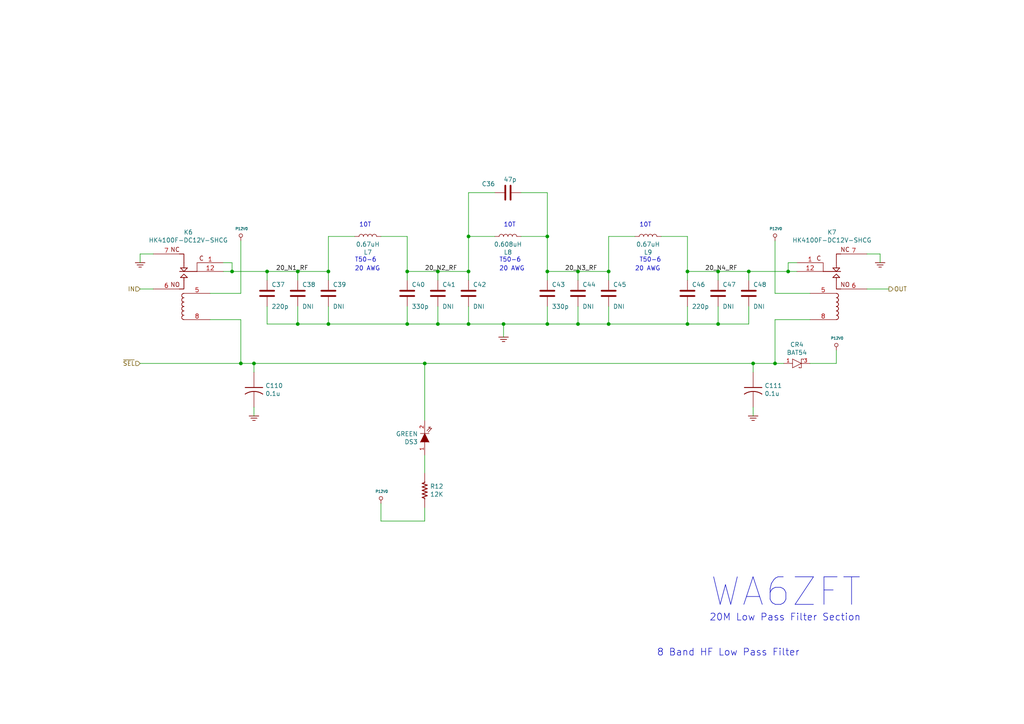
<source format=kicad_sch>
(kicad_sch (version 20211123) (generator eeschema)
  (paper "A4")
  (title_block (rev "X4"))
  (lib_symbols
    (symbol "Device:C" (pin_numbers hide) (pin_names (offset 0.254))
      (property "Reference" "C" (at 0.635 2.54 0))
      (property "Value" "C" (at 0.635 -2.54 0))
      (symbol "C_0_1"
        (polyline (pts (xy -2.032 -0.762) (xy 2.032 -0.762)) (stroke (width 0.508)))
        (polyline (pts (xy -2.032 0.762) (xy 2.032 0.762)) (stroke (width 0.508)))
      )
      (symbol "C_1_1"
        (pin passive line (at 0 3.81 270) (length 2.794) (name "~") (number "1"))
        (pin passive line (at 0 -3.81 90) (length 2.794) (name "~") (number "2"))
      )
    )
    (symbol "Device:L" (pin_numbers hide) (pin_names (offset 1.016) hide)
      (property "Reference" "L" (at -1.27 0 90))
      (property "Value" "L" (at 1.905 0 90))
      (symbol "L_0_1"
        (arc (start 0 -2.54) (mid 0.635 -1.905) (end 0 -1.27))
        (arc (start 0 -1.27) (mid 0.635 -0.635) (end 0 0))
        (arc (start 0 0) (mid 0.635 0.635) (end 0 1.27))
        (arc (start 0 1.27) (mid 0.635 1.905) (end 0 2.54))
      )
      (symbol "L_1_1"
        (pin passive line (at 0 3.81 270) (length 1.27) (name "1") (number "1"))
        (pin passive line (at 0 -3.81 90) (length 1.27) (name "2") (number "2"))
      )
    )
    (symbol "custom:BAT54" (pin_names (offset 1.016) hide)
      (property "Reference" "CR" (at -2.286 1.905 0))
      (property "Value" "BAT54" (at -2.286 -3.429 0))
      (symbol "BAT54_1_0"
        (polyline (pts (xy -1.27 -1.27) (xy 1.27 0)))
        (polyline (pts (xy -1.27 1.27) (xy -1.27 -1.27)))
        (polyline (pts (xy 0.635 -1.016) (xy 0.635 -1.27)))
        (polyline (pts (xy 1.27 -1.27) (xy 0.635 -1.27)))
        (polyline (pts (xy 1.27 0) (xy -1.27 1.27)))
        (polyline (pts (xy 1.27 0) (xy 1.27 -1.27)))
        (polyline (pts (xy 1.27 1.27) (xy 1.27 0)))
        (polyline (pts (xy 1.905 1.27) (xy 1.27 1.27)))
        (polyline (pts (xy 1.905 1.27) (xy 1.905 1.016)))
      )
      (symbol "BAT54_1_1"
        (pin passive line (at -3.81 0 0) (length 2.54) (name "A") (number "1"))
        (pin no_connect line (at -1.27 -5.08 0) (length 5.08) hide (name "") (number "2"))
        (pin passive line (at 3.81 0 180) (length 2.54) (name "C") (number "3"))
      )
    )
    (symbol "custom:C_US" (pin_numbers hide) (pin_names (offset 0.254) hide)
      (property "Reference" "C" (at 1.27 2.54 0))
      (property "Value" "C_US" (at 1.27 -2.54 0))
      (symbol "C_US_0_1"
        (polyline (pts (xy -2.54 0.635) (xy 2.54 0.635) (xy 2.54 0.635)) (stroke (width 0.254)))
        (arc (start 2.54 -1.27) (mid 0 -0.5009) (end -2.54 -1.27) (stroke (width 0.254)))
      )
      (symbol "C_US_1_1"
        (pin passive line (at 0 5.08 270) (length 4.445) (name "~") (number "1"))
        (pin passive line (at 0 -5.08 90) (length 4.445) (name "~") (number "2"))
      )
    )
    (symbol "custom:GND_US" (power) (pin_names (offset 0))
      (symbol "GND_US_0_1"
        (polyline (pts (xy -1.397 0) (xy 1.397 0)) (stroke (width 0.2032)))
        (polyline (pts (xy -0.889 -0.635) (xy 0.889 -0.635)) (stroke (width 0.2032)))
        (polyline (pts (xy -0.381 -1.27) (xy 0.381 -1.27)) (stroke (width 0.2032)))
      )
      (symbol "GND_US_1_1"
        (pin power_in line (at 0 0 90) (length 0) hide (name "GND") (number "1"))
      )
    )
    (symbol "custom:LEDGRN-SAR" (pin_names (offset 1.016) hide)
      (property "Reference" "DS" (at 0 2.54 0))
      (property "Value" "LEDGRN-SAR" (at 0 -2.54 0))
      (symbol "LEDGRN-SAR_0_1"
        (polyline (pts (xy 1.27 1.27) (xy 1.27 -1.27)))
        (polyline (pts (xy -1.27 1.27) (xy 1.27 0) (xy -1.27 -1.27)) (fill (type outline)))
        (polyline (pts (xy 1.651 -1.016) (xy 2.794 -2.032) (xy 2.667 -1.397)))
        (polyline (pts (xy 2.032 -0.635) (xy 3.175 -1.651) (xy 3.048 -1.016)))
      )
      (symbol "LEDGRN-SAR_1_1"
        (pin passive line (at -5.08 0 0) (length 3.81) (name "A") (number "1"))
        (pin passive line (at 5.08 0 180) (length 3.81) (name "K") (number "2"))
      )
    )
    (symbol "custom:P12V0" (power) (pin_names (offset 0))
      (property "Value" "P12V0" (at 0 2.794 0))
      (symbol "P12V0_0_0"
        (pin power_in line (at 0 0 90) (length 0) hide (name "P12V0") (number "1"))
      )
      (symbol "P12V0_0_1"
        (polyline (pts (xy 0 0) (xy 0 1.016) (xy 0 1.016)))
        (circle (center 0 1.524) (radius 0.508))
      )
    )
    (symbol "custom:RELAY_SPDT_HK4100F_SERIES" (pin_names (offset 1.016))
      (property "Reference" "K" (at 0 -17.78 0))
      (property "Value" "RELAY_SPDT_HK4100F_SERIES" (at -1.27 8.89 0))
      (symbol "RELAY_SPDT_HK4100F_SERIES_0_0"
        (text "C" (at -2.54 3.81 0) (effects (font (size 1.27 1.27))))
        (text "NC" (at 5.08 6.35 0) (effects (font (size 1.27 1.27))))
        (text "NO" (at 5.08 -3.81 0) (effects (font (size 1.27 1.27))))
      )
      (symbol "RELAY_SPDT_HK4100F_SERIES_0_1"
        (polyline (pts (xy -1.27 2.54) (xy -1.27 0)))
      )
      (symbol "RELAY_SPDT_HK4100F_SERIES_1_1"
        (polyline (pts (xy -1.27 0) (xy 2.54 0)))
        (polyline (pts (xy -1.27 0) (xy 2.54 0)))
        (polyline (pts (xy 1.524 -1.7526) (xy 3.5306 -1.7526)))
        (polyline (pts (xy 1.524 -1.7526) (xy 3.5306 -1.7526)))
        (polyline (pts (xy 1.524 1.0414) (xy 3.5306 1.0414)))
        (polyline (pts (xy 1.524 1.0414) (xy 3.5306 1.0414)))
        (polyline (pts (xy 2.54 -2.54) (xy 2.54 -2.032)))
        (polyline (pts (xy 2.54 -2.54) (xy 2.54 -2.032)))
        (polyline (pts (xy 2.54 -2.032) (xy 2.54 -1.7526)))
        (polyline (pts (xy 2.54 -2.032) (xy 2.54 -1.7526)))
        (polyline (pts (xy 2.54 -0.762) (xy 1.524 -1.7526)))
        (polyline (pts (xy 2.54 -0.762) (xy 1.524 -1.7526)))
        (polyline (pts (xy 2.54 0) (xy 1.524 1.0414)))
        (polyline (pts (xy 2.54 0) (xy 1.524 1.0414)))
        (polyline (pts (xy 2.54 0) (xy 3.81 0)))
        (polyline (pts (xy 2.54 0) (xy 3.81 0)))
        (polyline (pts (xy 2.54 2.54) (xy 2.54 1.0414)))
        (polyline (pts (xy 2.54 2.54) (xy 2.54 1.0414)))
        (polyline (pts (xy 3.5306 -1.7526) (xy 2.54 -0.762)))
        (polyline (pts (xy 3.5306 -1.7526) (xy 2.54 -0.762)))
        (polyline (pts (xy 3.5306 1.0414) (xy 2.54 0)))
        (polyline (pts (xy 3.5306 1.0414) (xy 2.54 0)))
        (polyline (pts (xy 3.81 -5.08) (xy 2.54 -5.08) (xy 2.54 -2.54)))
        (polyline (pts (xy 3.81 -5.08) (xy 2.54 -5.08) (xy 2.54 -2.54)))
        (polyline (pts (xy 3.81 5.08) (xy 2.54 5.08) (xy 2.54 2.54)))
        (polyline (pts (xy 3.81 5.08) (xy 2.54 5.08) (xy 2.54 2.54)))
        (arc (start 2.54 -13.97) (mid 3.175 -13.335) (end 2.54 -12.7))
        (arc (start 2.54 -13.97) (mid 3.175 -13.335) (end 2.54 -12.7))
        (arc (start 2.54 -12.7) (mid 3.175 -12.065) (end 2.54 -11.43))
        (arc (start 2.54 -12.7) (mid 3.175 -12.065) (end 2.54 -11.43))
        (arc (start 2.54 -11.43) (mid 3.175 -10.795) (end 2.54 -10.16))
        (arc (start 2.54 -11.43) (mid 3.175 -10.795) (end 2.54 -10.16))
        (arc (start 2.54 -10.16) (mid 3.175 -9.525) (end 2.54 -8.89))
        (arc (start 2.54 -10.16) (mid 3.175 -9.525) (end 2.54 -8.89))
        (arc (start 2.54 -8.89) (mid 3.175 -8.255) (end 2.54 -7.62))
        (arc (start 2.54 -8.89) (mid 3.175 -8.255) (end 2.54 -7.62))
        (arc (start 2.54 -7.62) (mid 3.175 -6.985) (end 2.54 -6.35))
        (arc (start 2.54 -7.62) (mid 3.175 -6.985) (end 2.54 -6.35))
        (pin passive line (at -8.89 2.54 0) (length 7.62) (name "~") (number "1"))
        (pin passive line (at -8.89 0 0) (length 7.62) (name "~") (number "12"))
        (pin passive line (at -5.08 -6.35 0) (length 7.62) (name "~") (number "5"))
        (pin passive line (at 11.43 -5.08 180) (length 7.62) (name "~") (number "6"))
        (pin passive line (at 11.43 5.08 180) (length 7.62) (name "~") (number "7"))
        (pin passive line (at -5.08 -13.97 0) (length 7.62) (name "~") (number "8"))
      )
    )
    (symbol "custom:R_US" (pin_numbers hide) (pin_names (offset 1.016) hide)
      (property "Reference" "R" (at 2.032 0 90))
      (property "Value" "R_US" (at -2.032 0 90))
      (symbol "R_US_0_0"
        (polyline (pts (xy 0 -2.54) (xy 0 -2.54) (xy 0 -2.286) (xy -0.762 -2.032) (xy 0.762 -1.524) (xy -0.762 -1.016) (xy 0.762 -0.508) (xy -0.762 0) (xy 0.762 0.508) (xy -0.762 1.016) (xy 0.762 1.524) (xy -0.762 2.032) (xy 0 2.286) (xy 0 2.54) (xy 0 2.54)) (stroke (width 0.254)))
      )
      (symbol "R_US_1_1"
        (pin passive line (at 0 5.08 270) (length 2.54) (name "~") (number "1"))
        (pin passive line (at 0 -5.08 90) (length 2.54) (name "~") (number "2"))
      )
    )
  )
  (junction (at 69.85 105.41))
  (junction (at 135.89 68.58))
  (junction (at 135.89 78.74))
  (junction (at 77.47 78.74))
  (junction (at 176.53 93.98))
  (junction (at 123.19 105.41))
  (junction (at 118.11 93.98))
  (junction (at 167.64 93.98))
  (junction (at 167.64 78.74))
  (junction (at 127 78.74))
  (junction (at 67.31 78.74))
  (junction (at 228.6 78.74))
  (junction (at 158.75 78.74))
  (junction (at 158.75 68.58))
  (junction (at 208.28 93.98))
  (junction (at 135.89 93.98))
  (junction (at 176.53 78.74))
  (junction (at 217.17 78.74))
  (junction (at 73.66 105.41))
  (junction (at 118.11 78.74))
  (junction (at 146.05 93.98))
  (junction (at 199.39 93.98))
  (junction (at 218.44 105.41))
  (junction (at 95.25 78.74))
  (junction (at 86.36 93.98))
  (junction (at 208.28 78.74))
  (junction (at 95.25 93.98))
  (junction (at 86.36 78.74))
  (junction (at 127 93.98))
  (junction (at 224.79 105.41))
  (junction (at 158.75 93.98))
  (junction (at 199.39 78.74))
  (wire (pts (xy 67.31 76.2) (xy 67.31 78.74)))
  (wire (pts (xy 86.36 81.28) (xy 86.36 78.74)))
  (wire (pts (xy 40.64 73.66) (xy 40.64 76.2)))
  (wire (pts (xy 123.19 132.08) (xy 123.19 137.16)))
  (wire (pts (xy 135.89 55.88) (xy 135.89 68.58)))
  (wire (pts (xy 143.51 55.88) (xy 135.89 55.88)))
  (wire (pts (xy 95.25 78.74) (xy 95.25 81.28)))
  (wire (pts (xy 167.64 78.74) (xy 158.75 78.74)))
  (wire (pts (xy 95.25 88.9) (xy 95.25 93.98)))
  (wire (pts (xy 127 88.9) (xy 127 93.98)))
  (wire (pts (xy 158.75 55.88) (xy 158.75 68.58)))
  (wire (pts (xy 60.96 85.09) (xy 69.85 85.09)))
  (wire (pts (xy 77.47 93.98) (xy 86.36 93.98)))
  (wire (pts (xy 146.05 93.98) (xy 158.75 93.98)))
  (wire (pts (xy 146.05 97.79) (xy 146.05 93.98)))
  (wire (pts (xy 118.11 68.58) (xy 118.11 78.74)))
  (wire (pts (xy 218.44 107.95) (xy 218.44 105.41)))
  (wire (pts (xy 123.19 151.13) (xy 110.49 151.13)))
  (wire (pts (xy 228.6 76.2) (xy 228.6 78.74)))
  (wire (pts (xy 176.53 93.98) (xy 199.39 93.98)))
  (wire (pts (xy 77.47 78.74) (xy 86.36 78.74)))
  (wire (pts (xy 118.11 78.74) (xy 127 78.74)))
  (wire (pts (xy 199.39 81.28) (xy 199.39 78.74)))
  (wire (pts (xy 123.19 121.92) (xy 123.19 105.41)))
  (wire (pts (xy 176.53 78.74) (xy 176.53 81.28)))
  (wire (pts (xy 110.49 151.13) (xy 110.49 146.05)))
  (wire (pts (xy 151.13 68.58) (xy 158.75 68.58)))
  (wire (pts (xy 73.66 118.11) (xy 73.66 120.65)))
  (wire (pts (xy 176.53 88.9) (xy 176.53 93.98)))
  (wire (pts (xy 69.85 105.41) (xy 40.64 105.41)))
  (wire (pts (xy 73.66 105.41) (xy 123.19 105.41)))
  (wire (pts (xy 167.64 93.98) (xy 176.53 93.98)))
  (wire (pts (xy 217.17 78.74) (xy 208.28 78.74)))
  (wire (pts (xy 44.45 73.66) (xy 40.64 73.66)))
  (wire (pts (xy 191.77 68.58) (xy 199.39 68.58)))
  (wire (pts (xy 67.31 78.74) (xy 77.47 78.74)))
  (wire (pts (xy 135.89 81.28) (xy 135.89 78.74)))
  (wire (pts (xy 151.13 55.88) (xy 158.75 55.88)))
  (wire (pts (xy 224.79 105.41) (xy 224.79 92.71)))
  (wire (pts (xy 123.19 105.41) (xy 218.44 105.41)))
  (wire (pts (xy 176.53 78.74) (xy 167.64 78.74)))
  (wire (pts (xy 135.89 93.98) (xy 146.05 93.98)))
  (wire (pts (xy 224.79 85.09) (xy 224.79 69.85)))
  (wire (pts (xy 199.39 93.98) (xy 208.28 93.98)))
  (wire (pts (xy 231.14 76.2) (xy 228.6 76.2)))
  (wire (pts (xy 135.89 88.9) (xy 135.89 93.98)))
  (wire (pts (xy 102.87 68.58) (xy 95.25 68.58)))
  (wire (pts (xy 184.15 68.58) (xy 176.53 68.58)))
  (wire (pts (xy 95.25 93.98) (xy 118.11 93.98)))
  (wire (pts (xy 158.75 88.9) (xy 158.75 93.98)))
  (wire (pts (xy 127 81.28) (xy 127 78.74)))
  (wire (pts (xy 208.28 88.9) (xy 208.28 93.98)))
  (wire (pts (xy 86.36 78.74) (xy 95.25 78.74)))
  (wire (pts (xy 208.28 93.98) (xy 217.17 93.98)))
  (wire (pts (xy 228.6 78.74) (xy 217.17 78.74)))
  (wire (pts (xy 251.46 83.82) (xy 257.81 83.82)))
  (wire (pts (xy 231.14 78.74) (xy 228.6 78.74)))
  (wire (pts (xy 199.39 88.9) (xy 199.39 93.98)))
  (wire (pts (xy 44.45 83.82) (xy 40.64 83.82)))
  (wire (pts (xy 69.85 85.09) (xy 69.85 69.85)))
  (wire (pts (xy 224.79 92.71) (xy 234.95 92.71)))
  (wire (pts (xy 95.25 68.58) (xy 95.25 78.74)))
  (wire (pts (xy 64.77 76.2) (xy 67.31 76.2)))
  (wire (pts (xy 69.85 92.71) (xy 69.85 105.41)))
  (wire (pts (xy 77.47 88.9) (xy 77.47 93.98)))
  (wire (pts (xy 218.44 105.41) (xy 224.79 105.41)))
  (wire (pts (xy 135.89 68.58) (xy 135.89 78.74)))
  (wire (pts (xy 127 78.74) (xy 135.89 78.74)))
  (wire (pts (xy 158.75 78.74) (xy 158.75 81.28)))
  (wire (pts (xy 86.36 93.98) (xy 95.25 93.98)))
  (wire (pts (xy 60.96 92.71) (xy 69.85 92.71)))
  (wire (pts (xy 251.46 73.66) (xy 255.27 73.66)))
  (wire (pts (xy 73.66 107.95) (xy 73.66 105.41)))
  (wire (pts (xy 217.17 81.28) (xy 217.17 78.74)))
  (wire (pts (xy 167.64 81.28) (xy 167.64 78.74)))
  (wire (pts (xy 208.28 78.74) (xy 199.39 78.74)))
  (wire (pts (xy 227.33 105.41) (xy 224.79 105.41)))
  (wire (pts (xy 176.53 68.58) (xy 176.53 78.74)))
  (wire (pts (xy 255.27 73.66) (xy 255.27 76.2)))
  (wire (pts (xy 86.36 88.9) (xy 86.36 93.98)))
  (wire (pts (xy 167.64 88.9) (xy 167.64 93.98)))
  (wire (pts (xy 158.75 68.58) (xy 158.75 78.74)))
  (wire (pts (xy 143.51 68.58) (xy 135.89 68.58)))
  (wire (pts (xy 64.77 78.74) (xy 67.31 78.74)))
  (wire (pts (xy 77.47 81.28) (xy 77.47 78.74)))
  (wire (pts (xy 118.11 78.74) (xy 118.11 81.28)))
  (wire (pts (xy 208.28 81.28) (xy 208.28 78.74)))
  (wire (pts (xy 234.95 105.41) (xy 242.57 105.41)))
  (wire (pts (xy 158.75 93.98) (xy 167.64 93.98)))
  (wire (pts (xy 118.11 93.98) (xy 127 93.98)))
  (wire (pts (xy 234.95 85.09) (xy 224.79 85.09)))
  (wire (pts (xy 127 93.98) (xy 135.89 93.98)))
  (wire (pts (xy 242.57 105.41) (xy 242.57 101.6)))
  (wire (pts (xy 199.39 78.74) (xy 199.39 68.58)))
  (wire (pts (xy 218.44 118.11) (xy 218.44 120.65)))
  (wire (pts (xy 110.49 68.58) (xy 118.11 68.58)))
  (wire (pts (xy 69.85 105.41) (xy 73.66 105.41)))
  (wire (pts (xy 123.19 147.32) (xy 123.19 151.13)))
  (wire (pts (xy 217.17 93.98) (xy 217.17 88.9)))
  (wire (pts (xy 118.11 88.9) (xy 118.11 93.98)))
  (text "20 AWG" (at 102.87 78.74 0) (effects (font (size 1.27 1.27)) (justify left bottom)))
  (text "WA6ZFT" (at 205.74 176.53 0) (effects (font (size 8.001 8.001)) (justify left bottom)))
  (text "10T\n" (at 146.05 66.04 0) (effects (font (size 1.27 1.27)) (justify left bottom)))
  (text "20M Low Pass Filter Section" (at 205.74 180.34 0) (effects (font (size 2.0066 2.0066)) (justify left bottom)))
  (text "T50-6" (at 185.42 76.2 0) (effects (font (size 1.27 1.27)) (justify left bottom)))
  (text "8 Band HF Low Pass Filter" (at 190.5 190.5 0) (effects (font (size 2.0066 2.0066)) (justify left bottom)))
  (text "10T" (at 185.42 66.04 0) (effects (font (size 1.27 1.27)) (justify left bottom)))
  (text "20 AWG" (at 144.78 78.74 0) (effects (font (size 1.27 1.27)) (justify left bottom)))
  (text "T50-6" (at 102.87 76.2 0) (effects (font (size 1.27 1.27)) (justify left bottom)))
  (text "20 AWG" (at 184.15 78.74 0) (effects (font (size 1.27 1.27)) (justify left bottom)))
  (text "T50-6" (at 144.78 76.2 0) (effects (font (size 1.27 1.27)) (justify left bottom)))
  (text "10T\n" (at 104.14 66.04 0) (effects (font (size 1.27 1.27)) (justify left bottom)))
  (label "20_N1_RF" (at 80.01 78.74 0))
  (label "20_N3_RF" (at 163.83 78.74 0))
  (label "20_N2_RF" (at 123.19 78.74 0))
  (label "20_N4_RF" (at 204.47 78.74 0))
  (hierarchical_label "IN" (shape input) (at 40.64 83.82 180))
  (hierarchical_label "OUT" (shape output) (at 257.81 83.82 0))
  (hierarchical_label "~{SEL}" (shape input) (at 40.64 105.41 180))
  (symbol (lib_id "Device:L") (at 147.32 68.58 90) (unit 1)
    (property "Reference" "L8" (at 147.32 73.1774 90))
    (property "Value" "0.608uH" (at 147.32 70.866 90))
    (property "Footprint" "mods:TOROID_T50_VERT" (effects hide))
    (property "PartNumber" "800234-506" (effects hide))
  )
  (symbol (lib_id "Device:L") (at 187.96 68.58 90) (unit 1)
    (property "Reference" "L9" (at 187.96 73.1774 90))
    (property "Value" "0.67uH" (at 187.96 70.866 90))
    (property "Footprint" "mods:TOROID_T50_VERT" (effects hide))
    (property "PartNumber" "800234-506" (effects hide))
  )
  (symbol (lib_id "Device:L") (at 106.68 68.58 90) (unit 1)
    (property "Reference" "L7" (at 106.68 73.1774 90))
    (property "Value" "0.67uH" (at 106.68 70.866 90))
    (property "Footprint" "mods:TOROID_T50_VERT" (effects hide))
    (property "PartNumber" "800234-506" (effects hide))
  )
  (symbol (lib_id "custom:GND_US") (at 146.05 97.79 0) (unit 1)
    (property "Reference" "#PWR0135" (effects hide))
    (property "Value" "GND_US" (effects hide))
  )
  (symbol (lib_id "custom:GND_US") (at 40.64 76.2 0) (unit 1)
    (property "Reference" "#PWR0136" (effects hide))
    (property "Value" "GND_US" (effects hide))
  )
  (symbol (lib_id "custom:GND_US") (at 255.27 76.2 0) (unit 1)
    (property "Reference" "#PWR0137" (effects hide))
    (property "Value" "GND_US" (effects hide))
  )
  (symbol (lib_id "custom:P12V0") (at 69.85 69.85 0) (unit 1)
    (property "Reference" "#PWR0138" (effects hide))
    (property "Value" "P12V0" (at 70.0786 66.3448 0) (effects (font (size 0.762 0.762))))
  )
  (symbol (lib_id "custom:P12V0") (at 224.79 69.85 0) (unit 1)
    (property "Reference" "#PWR0139" (effects hide))
    (property "Value" "P12V0" (at 225.0186 66.3448 0) (effects (font (size 0.762 0.762))))
  )
  (symbol (lib_id "custom:BAT54") (at 231.14 105.41 0) (unit 1)
    (property "Reference" "CR4" (at 231.14 99.949 0))
    (property "Value" "BAT54" (at 231.14 102.2604 0))
    (property "Footprint" "mods:SOT23-3-SAR-V2" (effects hide))
    (property "PartNumber" "800127-101" (effects hide))
  )
  (symbol (lib_id "custom:P12V0") (at 242.57 101.6 0) (unit 1)
    (property "Reference" "#PWR0140" (effects hide))
    (property "Value" "P12V0" (at 242.7986 98.0948 0) (effects (font (size 0.762 0.762))))
  )
  (symbol (lib_id "Device:C") (at 95.25 85.09 0) (unit 1)
    (property "Reference" "C39" (at 96.52 82.55 0) (effects (justify left)))
    (property "Value" "DNI" (at 96.52 88.9 0) (effects (justify left)))
    (property "Footprint" "mods:CC0805" (effects hide))
    (property "PartNumber" "800XXX-XXX" (effects hide))
  )
  (symbol (lib_id "Device:C") (at 77.47 85.09 0) (unit 1)
    (property "Reference" "C37" (at 78.74 82.55 0) (effects (justify left)))
    (property "Value" "220p" (at 78.74 88.9 0) (effects (justify left)))
    (property "Footprint" "mods:CC0805" (effects hide))
    (property "PartNumber" "800232-221" (effects hide))
  )
  (symbol (lib_id "Device:C") (at 147.32 55.88 270) (unit 1)
    (property "Reference" "C36" (at 139.7 53.34 90) (effects (justify left)))
    (property "Value" "47p" (at 146.05 52.07 90) (effects (justify left)))
    (property "Footprint" "mods:CC0805" (effects hide))
    (property "PartNumber" "800232-470" (effects hide))
  )
  (symbol (lib_id "custom:LEDGRN-SAR") (at 123.19 127 90) (unit 1)
    (property "Reference" "DS3" (at 121.2088 128.1684 90) (effects (justify left)))
    (property "Value" "GREEN" (at 121.2088 125.857 90) (effects (justify left)))
    (property "Footprint" "LED0805" (effects hide))
    (property "PartNumber" "800113-102" (effects hide))
  )
  (symbol (lib_id "custom:R_US") (at 123.19 142.24 0) (unit 1)
    (property "Reference" "R12" (at 124.714 141.0716 0) (effects (justify left)))
    (property "Value" "12K" (at 124.714 143.383 0) (effects (justify left)))
    (property "Footprint" "mods:RC0805" (effects hide))
    (property "PartNumber" "800XXX-XXX" (effects hide))
  )
  (symbol (lib_id "custom:P12V0") (at 110.49 146.05 0) (unit 1)
    (property "Reference" "#PWR0141" (effects hide))
    (property "Value" "P12V0" (at 110.7186 142.5448 0) (effects (font (size 0.762 0.762))))
  )
  (symbol (lib_id "custom:RELAY_SPDT_HK4100F_SERIES") (at 55.88 78.74 0) (mirror y) (unit 1)
    (property "Reference" "K6" (at 54.61 67.3608 0))
    (property "Value" "HK4100F-DC12V-SHCG" (at 54.61 69.6722 0))
    (property "Footprint" "mods:RELAY_HK4100" (effects hide))
    (property "PartNumber" "800231-101" (effects hide))
  )
  (symbol (lib_id "custom:RELAY_SPDT_HK4100F_SERIES") (at 240.03 78.74 0) (unit 1)
    (property "Reference" "K7" (at 241.3 67.3608 0))
    (property "Value" "HK4100F-DC12V-SHCG" (at 241.3 69.6722 0))
    (property "Footprint" "mods:RELAY_HK4100" (effects hide))
    (property "PartNumber" "800231-101" (effects hide))
  )
  (symbol (lib_id "Device:C") (at 135.89 85.09 0) (unit 1)
    (property "Reference" "C42" (at 137.16 82.55 0) (effects (justify left)))
    (property "Value" "DNI" (at 137.16 88.9 0) (effects (justify left)))
    (property "Footprint" "mods:CC0805" (effects hide))
    (property "PartNumber" "800XXX-XXX" (effects hide))
  )
  (symbol (lib_id "Device:C") (at 176.53 85.09 0) (unit 1)
    (property "Reference" "C45" (at 177.8 82.55 0) (effects (justify left)))
    (property "Value" "DNI" (at 177.8 88.9 0) (effects (justify left)))
    (property "Footprint" "mods:CC0805" (effects hide))
    (property "PartNumber" "800XXX-XXX" (effects hide))
  )
  (symbol (lib_id "Device:C") (at 217.17 85.09 0) (unit 1)
    (property "Reference" "C48" (at 218.44 82.55 0) (effects (justify left)))
    (property "Value" "DNI" (at 218.44 88.9 0) (effects (justify left)))
    (property "Footprint" "mods:CC0805" (effects hide))
    (property "PartNumber" "800XXX-XXX" (effects hide))
  )
  (symbol (lib_id "Device:C") (at 118.11 85.09 0) (unit 1)
    (property "Reference" "C40" (at 119.38 82.55 0) (effects (justify left)))
    (property "Value" "330p" (at 119.38 88.9 0) (effects (justify left)))
    (property "Footprint" "mods:CC0805" (effects hide))
    (property "PartNumber" "800232-331" (effects hide))
  )
  (symbol (lib_id "Device:C") (at 158.75 85.09 0) (unit 1)
    (property "Reference" "C43" (at 160.02 82.55 0) (effects (justify left)))
    (property "Value" "330p" (at 160.02 88.9 0) (effects (justify left)))
    (property "Footprint" "mods:CC0805" (effects hide))
    (property "PartNumber" "800232-331" (effects hide))
  )
  (symbol (lib_id "Device:C") (at 199.39 85.09 0) (unit 1)
    (property "Reference" "C46" (at 200.66 82.55 0) (effects (justify left)))
    (property "Value" "220p" (at 200.66 88.9 0) (effects (justify left)))
    (property "Footprint" "mods:CC0805" (effects hide))
    (property "PartNumber" "800232-221" (effects hide))
  )
  (symbol (lib_id "Device:C") (at 86.36 85.09 0) (unit 1)
    (property "Reference" "C38" (at 87.63 82.55 0) (effects (justify left)))
    (property "Value" "DNI" (at 87.63 88.9 0) (effects (justify left)))
    (property "Footprint" "mods:CC0805" (effects hide))
    (property "PartNumber" "800XXX-XXX" (effects hide))
  )
  (symbol (lib_id "Device:C") (at 208.28 85.09 0) (unit 1)
    (property "Reference" "C47" (at 209.55 82.55 0) (effects (justify left)))
    (property "Value" "DNI" (at 209.55 88.9 0) (effects (justify left)))
    (property "Footprint" "mods:CC0805" (effects hide))
    (property "PartNumber" "800XXX-XXX" (effects hide))
  )
  (symbol (lib_id "Device:C") (at 127 85.09 0) (unit 1)
    (property "Reference" "C41" (at 128.27 82.55 0) (effects (justify left)))
    (property "Value" "DNI" (at 128.27 88.9 0) (effects (justify left)))
    (property "Footprint" "mods:CC0805" (effects hide))
    (property "PartNumber" "800XXX-XXX" (effects hide))
  )
  (symbol (lib_id "Device:C") (at 167.64 85.09 0) (unit 1)
    (property "Reference" "C44" (at 168.91 82.55 0) (effects (justify left)))
    (property "Value" "DNI" (at 168.91 88.9 0) (effects (justify left)))
    (property "Footprint" "mods:CC0805" (effects hide))
    (property "PartNumber" "800XXX-XXX" (effects hide))
  )
  (symbol (lib_id "custom:C_US") (at 73.66 113.03 0) (unit 1)
    (property "Reference" "C110" (at 76.962 111.8616 0) (effects (justify left)))
    (property "Value" "0.1u" (at 76.962 114.173 0) (effects (justify left)))
    (property "Footprint" "mods:CC0805" (effects hide))
    (property "PartNumber" "800063-XXX" (effects hide))
  )
  (symbol (lib_id "custom:GND_US") (at 73.66 120.65 0) (unit 1)
    (property "Reference" "#PWR0182" (effects hide))
    (property "Value" "GND_US" (effects hide))
  )
  (symbol (lib_id "custom:C_US") (at 218.44 113.03 0) (unit 1)
    (property "Reference" "C111" (at 221.742 111.8616 0) (effects (justify left)))
    (property "Value" "0.1u" (at 221.742 114.173 0) (effects (justify left)))
    (property "Footprint" "mods:CC0805" (effects hide))
    (property "PartNumber" "800063-XXX" (effects hide))
  )
  (symbol (lib_id "custom:GND_US") (at 218.44 120.65 0) (unit 1)
    (property "Reference" "#PWR0183" (effects hide))
    (property "Value" "GND_US" (effects hide))
  )
)
</source>
